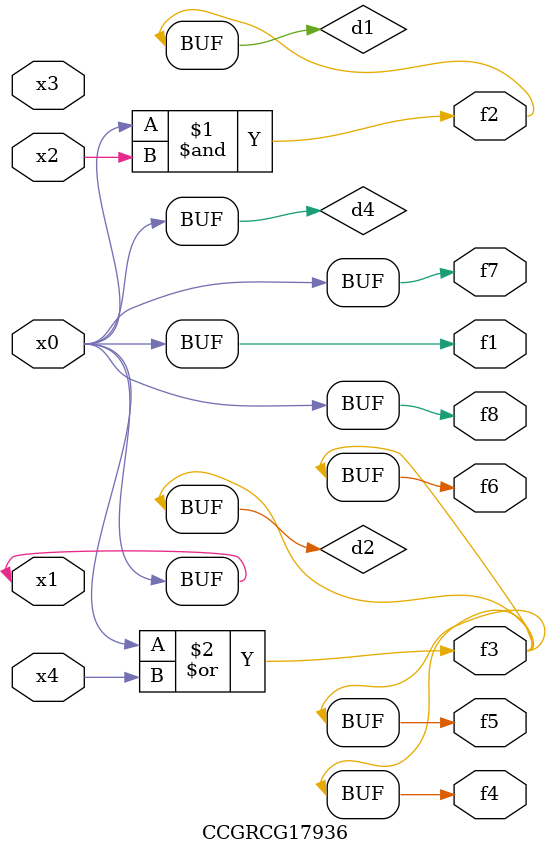
<source format=v>
module CCGRCG17936(
	input x0, x1, x2, x3, x4,
	output f1, f2, f3, f4, f5, f6, f7, f8
);

	wire d1, d2, d3, d4;

	and (d1, x0, x2);
	or (d2, x0, x4);
	nand (d3, x0, x2);
	buf (d4, x0, x1);
	assign f1 = d4;
	assign f2 = d1;
	assign f3 = d2;
	assign f4 = d2;
	assign f5 = d2;
	assign f6 = d2;
	assign f7 = d4;
	assign f8 = d4;
endmodule

</source>
